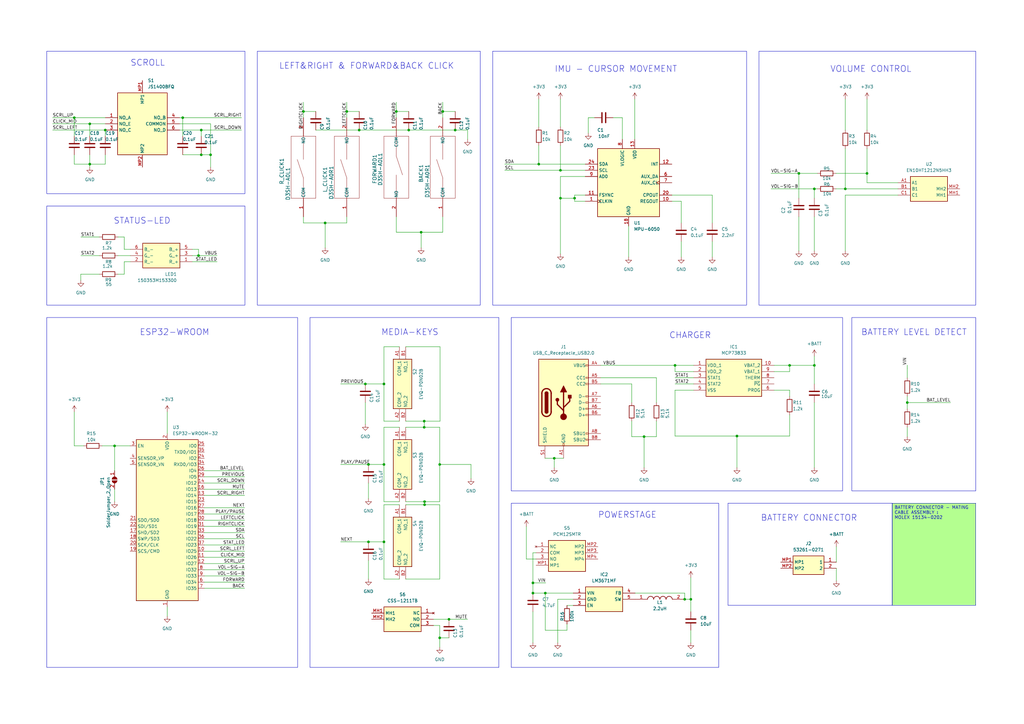
<source format=kicad_sch>
(kicad_sch (version 20230121) (generator eeschema)
  (paper "A3")
  (title_block (title "Lazy Mouse V1") (date "2023-09-21"))
  (lib_symbols
    (symbol "Connector:USB_C_Receptacle_USB2.0" (pin_names (offset 1.016))
      (property "Reference" "J" (at -10.16 19.05 0))
      (property "Value" "USB_C_Receptacle_USB2.0" (at 19.05 19.05 0))
      (symbol "USB_C_Receptacle_USB2.0_1_1"
        (pin passive line (at 0 -22.86 90) (length 5.08) (name "GND") (number "A1"))
        (pin passive line (at 0 -22.86 90) (length 5.08) hide (name "GND") (number "A12"))
        (pin passive line (at 15.24 15.24 180) (length 5.08) (name "VBUS") (number "A4"))
        (pin bidirectional line (at 15.24 10.16 180) (length 5.08) (name "CC1") (number "A5"))
        (pin bidirectional line (at 15.24 -2.54 180) (length 5.08) (name "D+") (number "A6"))
        (pin bidirectional line (at 15.24 2.54 180) (length 5.08) (name "D-") (number "A7"))
        (pin bidirectional line (at 15.24 -12.7 180) (length 5.08) (name "SBU1") (number "A8"))
        (pin passive line (at 15.24 15.24 180) (length 5.08) hide (name "VBUS") (number "A9"))
        (pin passive line (at 0 -22.86 90) (length 5.08) hide (name "GND") (number "B1"))
        (pin passive line (at 0 -22.86 90) (length 5.08) hide (name "GND") (number "B12"))
        (pin passive line (at 15.24 15.24 180) (length 5.08) hide (name "VBUS") (number "B4"))
        (pin bidirectional line (at 15.24 7.62 180) (length 5.08) (name "CC2") (number "B5"))
        (pin bidirectional line (at 15.24 -5.08 180) (length 5.08) (name "D+") (number "B6"))
        (pin bidirectional line (at 15.24 0 180) (length 5.08) (name "D-") (number "B7"))
        (pin bidirectional line (at 15.24 -15.24 180) (length 5.08) (name "SBU2") (number "B8"))
        (pin passive line (at 15.24 15.24 180) (length 5.08) hide (name "VBUS") (number "B9"))
        (pin passive line (at -7.62 -22.86 90) (length 5.08) (name "SHIELD") (number "S1"))
      )
    )
    (symbol "D3SH-A0L1:D3SH-A0L1" (pin_names (offset 0.254))
      (property "Reference" "U" (at 20.32 10.16 0))
      (property "Value" "D3SH-A0L1" (at 20.32 7.62 0))
      (symbol "D3SH-A0L1_0_1"
        (pin unspecified line (at 0 0 0) (length 7.62) (name "COM") (number "1"))
        (pin unspecified line (at 40.64 0 180) (length 7.62) (name "NO") (number "2"))
      )
    )
    (symbol "D3SH-A0R1:D3SH-A0R1" (pin_names (offset 0.254))
      (property "Reference" "U" (at 20.32 10.16 0))
      (property "Value" "D3SH-A0R1" (at 20.32 7.62 0))
      (symbol "D3SH-A0R1_0_1"
        (pin unspecified line (at 0 0 0) (length 7.62) (name "COM") (number "1"))
        (pin unspecified line (at 40.64 0 180) (length 7.62) (name "NO") (number "2"))
      )
    )
    (symbol "Device:C" (pin_numbers hide) (pin_names (offset 0.254))
      (property "Reference" "C" (at 0.635 2.54 0))
      (property "Value" "C" (at 0.635 -2.54 0))
      (symbol "C_1_1"
        (pin passive line (at 0 3.81 270) (length 2.794) (name "~") (number "1"))
        (pin passive line (at 0 -3.81 90) (length 2.794) (name "~") (number "2"))
      )
    )
    (symbol "Device:R" (pin_numbers hide) (pin_names (offset 0))
      (property "Reference" "R" (at 2.032 0 90))
      (property "Value" "R" (at 0 0 90))
      (symbol "R_1_1"
        (pin passive line (at 0 3.81 270) (length 1.27) (name "~") (number "1"))
        (pin passive line (at 0 -3.81 90) (length 1.27) (name "~") (number "2"))
      )
    )
    (symbol "Jumper:SolderJumper_2_Open" (pin_names (offset 0) hide)
      (property "Reference" "JP" (at 0 2.032 0))
      (property "Value" "SolderJumper_2_Open" (at 0 -2.54 0))
      (symbol "SolderJumper_2_Open_1_1"
        (pin passive line (at -3.81 0 0) (length 2.54) (name "A") (number "1"))
        (pin passive line (at 3.81 0 180) (length 2.54) (name "B") (number "2"))
      )
    )
    (symbol "RF_Module:ESP32-WROOM-32"
      (property "Reference" "U" (at -12.7 34.29 0))
      (property "Value" "ESP32-WROOM-32" (at 1.27 34.29 0))
      (symbol "ESP32-WROOM-32_1_1"
        (pin power_in line (at 0 -35.56 90) (length 2.54) (name "GND") (number "1"))
        (pin bidirectional line (at 15.24 -12.7 180) (length 2.54) (name "IO25") (number "10"))
        (pin bidirectional line (at 15.24 -15.24 180) (length 2.54) (name "IO26") (number "11"))
        (pin bidirectional line (at 15.24 -17.78 180) (length 2.54) (name "IO27") (number "12"))
        (pin bidirectional line (at 15.24 10.16 180) (length 2.54) (name "IO14") (number "13"))
        (pin bidirectional line (at 15.24 15.24 180) (length 2.54) (name "IO12") (number "14"))
        (pin passive line (at 0 -35.56 90) (length 2.54) hide (name "GND") (number "15"))
        (pin bidirectional line (at 15.24 12.7 180) (length 2.54) (name "IO13") (number "16"))
        (pin bidirectional line (at -15.24 -5.08 0) (length 2.54) (name "SHD/SD2") (number "17"))
        (pin bidirectional line (at -15.24 -7.62 0) (length 2.54) (name "SWP/SD3") (number "18"))
        (pin bidirectional line (at -15.24 -12.7 0) (length 2.54) (name "SCS/CMD") (number "19"))
        (pin power_in line (at 0 35.56 270) (length 2.54) (name "VDD") (number "2"))
        (pin bidirectional line (at -15.24 -10.16 0) (length 2.54) (name "SCK/CLK") (number "20"))
        (pin bidirectional line (at -15.24 0 0) (length 2.54) (name "SDO/SD0") (number "21"))
        (pin bidirectional line (at -15.24 -2.54 0) (length 2.54) (name "SDI/SD1") (number "22"))
        (pin bidirectional line (at 15.24 7.62 180) (length 2.54) (name "IO15") (number "23"))
        (pin bidirectional line (at 15.24 25.4 180) (length 2.54) (name "IO2") (number "24"))
        (pin bidirectional line (at 15.24 30.48 180) (length 2.54) (name "IO0") (number "25"))
        (pin bidirectional line (at 15.24 20.32 180) (length 2.54) (name "IO4") (number "26"))
        (pin bidirectional line (at 15.24 5.08 180) (length 2.54) (name "IO16") (number "27"))
        (pin bidirectional line (at 15.24 2.54 180) (length 2.54) (name "IO17") (number "28"))
        (pin bidirectional line (at 15.24 17.78 180) (length 2.54) (name "IO5") (number "29"))
        (pin input line (at -15.24 30.48 0) (length 2.54) (name "EN") (number "3"))
        (pin bidirectional line (at 15.24 0 180) (length 2.54) (name "IO18") (number "30"))
        (pin bidirectional line (at 15.24 -2.54 180) (length 2.54) (name "IO19") (number "31"))
        (pin no_connect line (at -12.7 -27.94 0) (length 2.54) hide (name "NC") (number "32"))
        (pin bidirectional line (at 15.24 -5.08 180) (length 2.54) (name "IO21") (number "33"))
        (pin bidirectional line (at 15.24 22.86 180) (length 2.54) (name "RXD0/IO3") (number "34"))
        (pin bidirectional line (at 15.24 27.94 180) (length 2.54) (name "TXD0/IO1") (number "35"))
        (pin bidirectional line (at 15.24 -7.62 180) (length 2.54) (name "IO22") (number "36"))
        (pin bidirectional line (at 15.24 -10.16 180) (length 2.54) (name "IO23") (number "37"))
        (pin passive line (at 0 -35.56 90) (length 2.54) hide (name "GND") (number "38"))
        (pin passive line (at 0 -35.56 90) (length 2.54) hide (name "GND") (number "39"))
        (pin input line (at -15.24 25.4 0) (length 2.54) (name "SENSOR_VP") (number "4"))
        (pin input line (at -15.24 22.86 0) (length 2.54) (name "SENSOR_VN") (number "5"))
        (pin input line (at 15.24 -25.4 180) (length 2.54) (name "IO34") (number "6"))
        (pin input line (at 15.24 -27.94 180) (length 2.54) (name "IO35") (number "7"))
        (pin bidirectional line (at 15.24 -20.32 180) (length 2.54) (name "IO32") (number "8"))
        (pin bidirectional line (at 15.24 -22.86 180) (length 2.54) (name "IO33") (number "9"))
      )
    )
    (symbol "SamacSys_Parts:150353M153300"
      (property "Reference" "LED" (at 21.59 7.62 0))
      (property "Value" "150353M153300" (at 21.59 5.08 0))
      (symbol "150353M153300_1_1"
        (pin passive line (at 0 0 0) (length 5.08) (name "R_+") (number "1"))
        (pin passive line (at 25.4 0 180) (length 5.08) (name "R_-") (number "2"))
        (pin passive line (at 0 -2.54 0) (length 5.08) (name "G_+") (number "3"))
        (pin passive line (at 25.4 -2.54 180) (length 5.08) (name "G_-") (number "4"))
        (pin passive line (at 0 -5.08 0) (length 5.08) (name "B_+") (number "5"))
        (pin passive line (at 25.4 -5.08 180) (length 5.08) (name "B_-") (number "6"))
      )
    )
    (symbol "SamacSys_Parts:53261-0271"
      (property "Reference" "J" (at 19.05 7.62 0))
      (property "Value" "53261-0271" (at 19.05 5.08 0))
      (symbol "53261-0271_1_1"
        (pin passive line (at 0 -2.54 0) (length 5.08) (name "1") (number "1"))
        (pin passive line (at 0 0 0) (length 5.08) (name "2") (number "2"))
        (pin passive line (at 22.86 -2.54 180) (length 5.08) (name "MP1") (number "MP1"))
        (pin passive line (at 22.86 0 180) (length 5.08) (name "MP2") (number "MP2"))
      )
    )
    (symbol "SamacSys_Parts:CSS-1211TB"
      (property "Reference" "S" (at 21.59 7.62 0))
      (property "Value" "CSS-1211TB" (at 21.59 5.08 0))
      (symbol "CSS-1211TB_1_1"
        (pin no_connect line (at 25.4 0 180) (length 5.08) (name "NC") (number "1"))
        (pin passive line (at 25.4 -2.54 180) (length 5.08) (name "NO") (number "2"))
        (pin passive line (at 25.4 -5.08 180) (length 5.08) (name "COM") (number "3"))
        (pin passive line (at 0 0 0) (length 5.08) (name "MH1") (number "MH1"))
        (pin passive line (at 0 -2.54 0) (length 5.08) (name "MH2") (number "MH2"))
      )
    )
    (symbol "SamacSys_Parts:EN10HT1212N5HH3"
      (property "Reference" "U3" (at 0 9.906 0))
      (property "Value" "EN10HT1212N5HH3" (at 0 7.366 0))
      (symbol "EN10HT1212N5HH3_1_1"
        (pin passive line (at -12.7 2.54 0) (length 5.08) (name "A1") (number "A1"))
        (pin passive line (at -12.7 0 0) (length 5.08) (name "B1") (number "B1"))
        (pin passive line (at -12.7 -2.54 0) (length 5.08) (name "C1") (number "C1"))
        (pin passive line (at 12.7 -2.54 180) (length 5.08) (name "MH1") (number "MH1"))
        (pin passive line (at 12.7 0 180) (length 5.08) (name "MH2") (number "MH2"))
      )
    )
    (symbol "SamacSys_Parts:EVQ-P0N02B"
      (property "Reference" "S" (at 26.67 7.62 0))
      (property "Value" "EVQ-P0N02B" (at 26.67 5.08 0))
      (symbol "EVQ-P0N02B_1_1"
        (pin passive line (at 0 -2.54 0) (length 5.08) (name "COM_1") (number "A1"))
        (pin passive line (at 30.48 -2.54 180) (length 5.08) (name "COM_2") (number "A2"))
        (pin passive line (at 0 0 0) (length 5.08) (name "NO_1") (number "B1"))
        (pin passive line (at 30.48 0 180) (length 5.08) (name "NO_2") (number "B2"))
      )
    )
    (symbol "SamacSys_Parts:JS1400BFQ"
      (property "Reference" "S" (at 26.67 15.24 0))
      (property "Value" "JS1400BFQ" (at 26.67 12.7 0))
      (symbol "JS1400BFQ_1_1"
        (pin passive line (at 0 0 0) (length 5.08) (name "NO_A") (number "1"))
        (pin passive line (at 0 -2.54 0) (length 5.08) (name "NO_E") (number "2"))
        (pin passive line (at 0 -5.08 0) (length 5.08) (name "NO_C") (number "3"))
        (pin passive line (at 30.48 0 180) (length 5.08) (name "NO_B") (number "4"))
        (pin passive line (at 30.48 -2.54 180) (length 5.08) (name "COMMON") (number "5"))
        (pin passive line (at 30.48 -5.08 180) (length 5.08) (name "NO_D") (number "6"))
        (pin passive line (at 15.24 15.24 270) (length 5.08) (name "MP1") (number "MP1"))
        (pin passive line (at 15.24 -20.32 90) (length 5.08) (name "MP2") (number "MP2"))
      )
    )
    (symbol "SamacSys_Parts:LM3671MF-1.25_NOPB"
      (property "Reference" "IC" (at 21.59 7.62 0))
      (property "Value" "LM3671MF-1.25_NOPB" (at 21.59 5.08 0))
      (symbol "LM3671MF-1.25_NOPB_1_1"
        (pin input line (at 0 0 0) (length 5.08) (name "VIN") (number "1"))
        (pin power_in line (at 0 -2.54 0) (length 5.08) (name "GND") (number "2"))
        (pin passive line (at 0 -5.08 0) (length 5.08) (name "EN") (number "3"))
        (pin passive line (at 25.4 0 180) (length 5.08) (name "FB") (number "4"))
        (pin passive line (at 25.4 -2.54 180) (length 5.08) (name "SW") (number "5"))
      )
    )
    (symbol "SamacSys_Parts:MCP73833-FCI_UN"
      (property "Reference" "IC" (at 29.21 7.62 0))
      (property "Value" "MCP73833-FCI_UN" (at 29.21 5.08 0))
      (symbol "MCP73833-FCI_UN_1_1"
        (pin passive line (at 0 0 0) (length 5.08) (name "VDD_1") (number "1"))
        (pin passive line (at 33.02 0 180) (length 5.08) (name "VBAT_2") (number "10"))
        (pin passive line (at 0 -2.54 0) (length 5.08) (name "VDD_2") (number "2"))
        (pin passive line (at 0 -5.08 0) (length 5.08) (name "STAT1") (number "3"))
        (pin passive line (at 0 -7.62 0) (length 5.08) (name "STAT2") (number "4"))
        (pin passive line (at 0 -10.16 0) (length 5.08) (name "VSS") (number "5"))
        (pin passive line (at 33.02 -10.16 180) (length 5.08) (name "PROG") (number "6"))
        (pin passive line (at 33.02 -7.62 180) (length 5.08) (name "~{PG}") (number "7"))
        (pin passive line (at 33.02 -5.08 180) (length 5.08) (name "THERM") (number "8"))
        (pin passive line (at 33.02 -2.54 180) (length 5.08) (name "VBAT_1") (number "9"))
      )
    )
    (symbol "SamacSys_Parts:NRH2412T2R2MNGH" (pin_names hide)
      (property "Reference" "L" (at 16.51 6.35 0))
      (property "Value" "NRH2412T2R2MNGH" (at 16.51 3.81 0))
      (symbol "NRH2412T2R2MNGH_1_1"
        (pin passive line (at 0 0 0) (length 5.08) (name "1") (number "1"))
        (pin passive line (at 20.32 0 180) (length 5.08) (name "2") (number "2"))
      )
    )
    (symbol "SamacSys_Parts:PCM12SMTR"
      (property "Reference" "S" (at 21.59 7.62 0))
      (property "Value" "PCM12SMTR" (at 21.59 5.08 0))
      (symbol "PCM12SMTR_1_1"
        (pin no_connect line (at 0 0 0) (length 5.08) (name "NC") (number "1"))
        (pin passive line (at 0 -2.54 0) (length 5.08) (name "COM") (number "2"))
        (pin passive line (at 0 -5.08 0) (length 5.08) (name "NO") (number "3"))
        (pin passive line (at 0 -7.62 0) (length 5.08) (name "MP1") (number "MP1"))
        (pin passive line (at 25.4 0 180) (length 5.08) (name "MP2") (number "MP2"))
        (pin passive line (at 25.4 -2.54 180) (length 5.08) (name "MP3") (number "MP3"))
        (pin passive line (at 25.4 -5.08 180) (length 5.08) (name "MP4") (number "MP4"))
      )
    )
    (symbol "Sensor_Motion:MPU-6050"
      (property "Reference" "U" (at -11.43 13.97 0))
      (property "Value" "MPU-6050" (at 7.62 -15.24 0))
      (symbol "MPU-6050_0_0"
        (text "" (at 12.7 -2.54 0) (effects (font (size 1.27 1.27))))
      )
      (symbol "MPU-6050_1_1"
        (pin input clock (at -17.78 -7.62 0) (length 5.08) (name "CLKIN") (number "1"))
        (pin passive line (at 17.78 -7.62 180) (length 5.08) (name "REGOUT") (number "10"))
        (pin input line (at -17.78 -5.08 0) (length 5.08) (name "FSYNC") (number "11"))
        (pin output line (at 17.78 7.62 180) (length 5.08) (name "INT") (number "12"))
        (pin power_in line (at 2.54 17.78 270) (length 3.81) (name "VDD") (number "13"))
        (pin no_connect line (at -12.7 -10.16 0) (length 2.54) hide (name "NC") (number "14"))
        (pin no_connect line (at 12.7 12.7 180) (length 2.54) hide (name "NC") (number "15"))
        (pin no_connect line (at 12.7 10.16 180) (length 2.54) hide (name "NC") (number "16"))
        (pin no_connect line (at 12.7 5.08 180) (length 2.54) hide (name "NC") (number "17"))
        (pin power_in line (at 0 -17.78 90) (length 3.81) (name "GND") (number "18"))
        (pin no_connect line (at 12.7 -10.16 180) (length 2.54) hide (name "RESV") (number "19"))
        (pin no_connect line (at -12.7 12.7 0) (length 2.54) hide (name "NC") (number "2"))
        (pin passive line (at 17.78 -5.08 180) (length 5.08) (name "CPOUT") (number "20"))
        (pin no_connect line (at 12.7 -2.54 180) (length 2.54) hide (name "RESV") (number "21"))
        (pin no_connect line (at 12.7 -12.7 180) (length 2.54) hide (name "RESV") (number "22"))
        (pin input line (at -17.78 5.08 0) (length 5.08) (name "SCL") (number "23"))
        (pin bidirectional line (at -17.78 7.62 0) (length 5.08) (name "SDA") (number "24"))
        (pin no_connect line (at -12.7 10.16 0) (length 2.54) hide (name "NC") (number "3"))
        (pin no_connect line (at -12.7 0 0) (length 2.54) hide (name "NC") (number "4"))
        (pin no_connect line (at -12.7 -2.54 0) (length 2.54) hide (name "NC") (number "5"))
        (pin bidirectional line (at 17.78 2.54 180) (length 5.08) (name "AUX_DA") (number "6"))
        (pin output clock (at 17.78 0 180) (length 5.08) (name "AUX_CL") (number "7"))
        (pin power_in line (at -2.54 17.78 270) (length 3.81) (name "VLOGIC") (number "8"))
        (pin input line (at -17.78 2.54 0) (length 5.08) (name "AD0") (number "9"))
      )
    )
    (symbol "power:+3V3" (power) (pin_names (offset 0))
      (property "Value" "+3V3" (at 0 3.556 0))
      (symbol "+3V3_1_1"
        (pin power_in line (at 0 0 90) (length 0) hide (name "+3V3") (number "1"))
      )
    )
    (symbol "power:+BATT" (power) (pin_names (offset 0))
      (property "Value" "+BATT" (at 0 3.556 0))
      (symbol "+BATT_1_1"
        (pin power_in line (at 0 0 90) (length 0) hide (name "+BATT") (number "1"))
      )
    )
    (symbol "power:GND" (power) (pin_names (offset 0))
      (property "Value" "GND" (at 0 -3.81 0))
      (symbol "GND_1_1"
        (pin power_in line (at 0 0 270) (length 0) hide (name "GND") (number "1"))
      )
    )
  )
  (junction (at 186.69 53.34))
  (junction (at 30.48 48.26))
  (junction (at 355.6 71.12))
  (junction (at 327.66 71.12))
  (junction (at 162.56 45.72))
  (junction (at 220.98 67.31))
  (junction (at 172.72 95.25))
  (junction (at 167.64 53.34))
  (junction (at 223.6603 243.2541))
  (junction (at 334.01 77.47))
  (junction (at 151.13 190.5))
  (junction (at 36.83 67.31))
  (junction (at 180.34 190.5))
  (junction (at 218.5803 243.2541))
  (junction (at 82.55 63.5))
  (junction (at 133.35 91.44))
  (junction (at 157.48 157.48))
  (junction (at 227.33 187.96))
  (junction (at 184.15 254))
  (junction (at 264.16 179.07))
  (junction (at 43.18 53.34))
  (junction (at 74.93 48.26))
  (junction (at 180.34 261.62))
  (junction (at 323.85 149.86))
  (junction (at 276.86 149.86))
  (junction (at 147.32 53.34))
  (junction (at 280.8103 245.7941))
  (junction (at 229.87 69.85))
  (junction (at 173.99 172.72))
  (junction (at 174.1303 205.74))
  (junction (at 302.26 178.8369))
  (junction (at 46.99 182.88))
  (junction (at 157.48 222.25))
  (junction (at 36.83 50.8))
  (junction (at 86.36 63.5))
  (junction (at 346.71 77.47))
  (junction (at 151.13 222.25))
  (junction (at 157.48 190.5))
  (junction (at 81.4203 104.8241))
  (junction (at 218.5803 239.0768))
  (junction (at 174.1303 207.01))
  (junction (at 235.6559 81.28))
  (junction (at 173.99 175.26))
  (junction (at 334.01 149.86))
  (junction (at 149.86 157.48))
  (junction (at 372.11 165.1))
  (junction (at 142.24 45.72))
  (junction (at 181.61 45.72))
  (junction (at 283.3503 245.7941))
  (junction (at 229.87 81.28))
  (junction (at 82.55 53.34))
  (junction (at 124.46 45.72))
  (wire (pts (xy 227.33 191.77) (xy 227.33 187.96)))
  (wire (pts (xy 33.1603 114.9841) (xy 33.1603 112.4441)))
  (wire (pts (xy 151.13 237.49) (xy 151.13 229.87)))
  (wire (pts (xy 191.77 254) (xy 184.15 254)))
  (wire (pts (xy 83.82 215.9) (xy 100.33 215.9)))
  (wire (pts (xy 30.48 48.26) (xy 43.18 48.26)))
  (wire (pts (xy 180.34 261.62) (xy 184.15 261.62)))
  (wire (pts (xy 174.1303 207.01) (xy 180.34 207.01)))
  (wire (pts (xy 147.32 53.34) (xy 167.64 53.34)))
  (wire (pts (xy 36.83 63.5) (xy 36.83 67.31)))
  (wire (pts (xy 83.82 220.98) (xy 100.33 220.98)))
  (wire (pts (xy 355.6 60.96) (xy 355.6 71.12)))
  (wire (pts (xy 275.59 80.01) (xy 292.1 80.01)))
  (wire (pts (xy 264.16 179.07) (xy 269.24 179.07)))
  (wire (pts (xy 36.83 68.58) (xy 36.83 67.31)))
  (wire (pts (xy 215.9 215.9648) (xy 215.9 229.2841)))
  (wire (pts (xy 323.85 149.86) (xy 323.85 152.4)))
  (wire (pts (xy 229.87 81.28) (xy 229.87 104.14)))
  (wire (pts (xy 73.66 48.26) (xy 74.93 48.26)))
  (wire (pts (xy 372.11 151.0704) (xy 372.11 154.94)))
  (wire (pts (xy 257.81 92.71) (xy 257.81 105.41)))
  (wire (pts (xy 246.38 149.86) (xy 276.86 149.86)))
  (wire (pts (xy 162.56 41.91) (xy 162.56 45.72)))
  (wire (pts (xy 81.4203 104.8241) (xy 78.8803 104.8241)))
  (wire (pts (xy 343.0403 238.1741) (xy 343.0403 233.0941)))
  (wire (pts (xy 166.37 175.26) (xy 173.99 175.26)))
  (wire (pts (xy 50.9403 107.3641) (xy 53.4803 107.3641)))
  (wire (pts (xy 83.82 198.12) (xy 100.33 198.12)))
  (wire (pts (xy 86.36 50.8) (xy 86.36 63.5)))
  (wire (pts (xy 251.46 48.26) (xy 255.27 48.26)))
  (wire (pts (xy 36.83 50.8) (xy 36.83 55.88)))
  (wire (pts (xy 142.24 91.44) (xy 142.24 88.9)))
  (wire (pts (xy 167.64 53.34) (xy 186.69 53.34)))
  (wire (pts (xy 157.48 237.49) (xy 157.48 222.25)))
  (wire (pts (xy 166.37 205.74) (xy 174.1303 205.74)))
  (wire (pts (xy 157.48 172.72) (xy 163.83 172.72)))
  (wire (pts (xy 220.98 67.31) (xy 240.03 67.31)))
  (wire (pts (xy 180.34 205.74) (xy 174.1303 205.74)))
  (wire (pts (xy 223.8371 239.0768) (xy 218.5803 239.0768)))
  (wire (pts (xy 157.48 142.24) (xy 157.48 157.48)))
  (wire (pts (xy 83.82 208.28) (xy 100.33 208.28)))
  (wire (pts (xy 83.82 203.2) (xy 100.33 203.2)))
  (wire (pts (xy 133.35 91.44) (xy 124.46 91.44)))
  (wire (pts (xy 343.0403 224.2041) (xy 343.0403 230.5541)))
  (wire (pts (xy 334.01 165.1) (xy 334.01 191.77)))
  (wire (pts (xy 166.37 207.01) (xy 174.1303 207.01)))
  (wire (pts (xy 124.46 88.9) (xy 124.46 91.44)))
  (wire (pts (xy 133.35 91.44) (xy 142.24 91.44)))
  (wire (pts (xy 157.48 175.26) (xy 157.48 190.5)))
  (wire (pts (xy 83.82 223.52) (xy 100.33 223.52)))
  (wire (pts (xy 124.46 45.72) (xy 129.54 45.72)))
  (wire (pts (xy 180.34 190.5) (xy 180.34 205.74)))
  (wire (pts (xy 83.82 210.82) (xy 100.33 210.82)))
  (wire (pts (xy 246.38 157.48) (xy 259.08 157.48)))
  (wire (pts (xy 162.56 88.9) (xy 162.56 95.25)))
  (wire (pts (xy 229.87 59.69) (xy 229.87 69.85)))
  (wire (pts (xy 180.34 261.62) (xy 180.34 265.43)))
  (wire (pts (xy 280.8103 245.7941) (xy 283.3503 245.7941)))
  (wire (pts (xy 280.8103 243.2541) (xy 280.8103 245.7941)))
  (wire (pts (xy 100.33 236.22) (xy 83.82 236.22)))
  (wire (pts (xy 372.11 165.1) (xy 372.11 162.56)))
  (wire (pts (xy 41.91 182.88) (xy 46.99 182.88)))
  (wire (pts (xy 162.56 95.25) (xy 172.72 95.25)))
  (wire (pts (xy 139.7 190.5) (xy 151.13 190.5)))
  (wire (pts (xy 276.86 154.94) (xy 284.48 154.94)))
  (wire (pts (xy 173.99 172.72) (xy 180.4803 172.72)))
  (wire (pts (xy 260.35 40.64) (xy 260.35 57.15)))
  (wire (pts (xy 33.1603 97.2041) (xy 40.7803 97.2041)))
  (wire (pts (xy 30.48 182.88) (xy 34.29 182.88)))
  (wire (pts (xy 98.5252 193.0411) (xy 100.109 193.0411)))
  (wire (pts (xy 50.9403 97.2041) (xy 50.9403 102.2841)))
  (wire (pts (xy 82.55 53.34) (xy 99.06 53.34)))
  (wire (pts (xy 276.86 157.48) (xy 284.48 157.48)))
  (wire (pts (xy 166.37 142.24) (xy 180.4803 142.24)))
  (wire (pts (xy 184.15 254) (xy 177.8 254)))
  (wire (pts (xy 259.08 179.07) (xy 264.16 179.07)))
  (wire (pts (xy 100.33 200.66) (xy 83.82 200.66)))
  (wire (pts (xy 269.24 154.94) (xy 269.24 165.1)))
  (wire (pts (xy 269.24 179.07) (xy 269.24 172.72)))
  (wire (pts (xy 157.48 190.5) (xy 157.48 205.74)))
  (wire (pts (xy 133.35 91.44) (xy 133.35 101.6)))
  (wire (pts (xy 355.6 74.93) (xy 368.3 74.93)))
  (wire (pts (xy 334.01 146.05) (xy 334.01 149.86)))
  (wire (pts (xy 275.59 82.55) (xy 279.4 82.55)))
  (wire (pts (xy 232.5503 255.9541) (xy 232.5503 258.4941)))
  (wire (pts (xy 276.86 149.86) (xy 284.48 149.86)))
  (wire (pts (xy 316.23 71.12) (xy 327.66 71.12)))
  (wire (pts (xy 279.4 99.06) (xy 279.4 105.41)))
  (wire (pts (xy 240.03 72.39) (xy 229.87 72.39)))
  (wire (pts (xy 46.99 193.04) (xy 46.99 182.88)))
  (wire (pts (xy 284.48 152.4) (xy 276.86 152.4)))
  (wire (pts (xy 163.83 175.26) (xy 157.48 175.26)))
  (wire (pts (xy 207.01 67.31) (xy 220.98 67.31)))
  (wire (pts (xy 89.0403 107.3641) (xy 78.8803 107.3641)))
  (wire (pts (xy 218.5803 239.0768) (xy 218.5803 243.2541)))
  (wire (pts (xy 355.6 71.12) (xy 355.6 74.93)))
  (wire (pts (xy 163.83 142.24) (xy 157.48 142.24)))
  (wire (pts (xy 346.71 80.01) (xy 346.71 102.87)))
  (wire (pts (xy 235.6559 80.01) (xy 235.6559 81.28)))
  (wire (pts (xy 68.58 252.73) (xy 68.58 248.92)))
  (wire (pts (xy 180.34 175.26) (xy 180.34 190.5)))
  (wire (pts (xy 173.99 175.26) (xy 180.34 175.26)))
  (wire (pts (xy 50.9403 112.4441) (xy 50.9403 107.3641)))
  (wire (pts (xy 151.13 190.5) (xy 157.48 190.5)))
  (wire (pts (xy 372.1167 151.0704) (xy 372.1167 149.7759)))
  (wire (pts (xy 372.11 167.64) (xy 372.11 165.1)))
  (wire (pts (xy 276.86 160.02) (xy 276.86 178.8369)))
  (wire (pts (xy 46.99 182.88) (xy 53.34 182.88)))
  (wire (pts (xy 30.48 48.26) (xy 30.48 55.88)))
  (wire (pts (xy 83.82 195.58) (xy 100.33 195.58)))
  (wire (pts (xy 323.85 178.8369) (xy 323.85 170.18)))
  (wire (pts (xy 129.54 53.34) (xy 147.32 53.34)))
  (wire (pts (xy 229.87 72.39) (xy 229.87 81.28)))
  (wire (pts (xy 220.98 59.69) (xy 220.98 67.31)))
  (wire (pts (xy 372.11 165.1) (xy 389.89 165.1)))
  (wire (pts (xy 142.24 45.72) (xy 147.32 45.72)))
  (wire (pts (xy 317.5 149.86) (xy 323.85 149.86)))
  (wire (pts (xy 139.7 157.48) (xy 149.86 157.48)))
  (wire (pts (xy 372.11 175.26) (xy 372.11 179.07)))
  (wire (pts (xy 283.3503 245.7941) (xy 283.3503 250.8741)))
  (wire (pts (xy 223.52 187.96) (xy 227.33 187.96)))
  (wire (pts (xy 260.4903 243.2541) (xy 280.8103 243.2541)))
  (wire (pts (xy 73.66 50.8) (xy 86.36 50.8)))
  (wire (pts (xy 346.71 60.96) (xy 346.71 77.47)))
  (wire (pts (xy 50.9403 102.2841) (xy 53.4803 102.2841)))
  (wire (pts (xy 142.24 45.72) (xy 142.24 48.26)))
  (wire (pts (xy 264.16 191.77) (xy 264.16 179.07)))
  (wire (pts (xy 223.6603 243.2541) (xy 235.0903 243.2541)))
  (wire (pts (xy 229.87 81.28) (xy 235.6559 81.28)))
  (wire (pts (xy 232.5503 258.4941) (xy 223.6603 258.4941)))
  (wire (pts (xy 21.59 50.8) (xy 36.83 50.8)))
  (wire (pts (xy 89.0403 104.8241) (xy 81.4203 104.8241)))
  (wire (pts (xy 181.61 45.72) (xy 186.69 45.72)))
  (wire (pts (xy 173.99 172.72) (xy 173.99 175.26)))
  (wire (pts (xy 43.18 67.31) (xy 43.18 63.5)))
  (wire (pts (xy 259.08 172.72) (xy 259.08 179.07)))
  (wire (pts (xy 218.5803 243.2541) (xy 223.6603 243.2541)))
  (wire (pts (xy 292.1 80.01) (xy 292.1 91.44)))
  (wire (pts (xy 46.99 205.74) (xy 46.99 200.66)))
  (wire (pts (xy 36.83 67.31) (xy 43.18 67.31)))
  (wire (pts (xy 82.55 63.5) (xy 86.36 63.5)))
  (wire (pts (xy 220.98 40.64) (xy 220.98 52.07)))
  (wire (pts (xy 98.5252 193.0411) (xy 98.5252 193.04)))
  (wire (pts (xy 149.86 157.48) (xy 157.48 157.48)))
  (wire (pts (xy 180.34 190.5) (xy 193.1803 190.5)))
  (wire (pts (xy 33.1603 104.8241) (xy 40.7803 104.8241)))
  (wire (pts (xy 81.4203 102.2841) (xy 78.8803 102.2841)))
  (wire (pts (xy 207.01 69.85) (xy 229.87 69.85)))
  (wire (pts (xy 83.82 218.44) (xy 100.33 218.44)))
  (wire (pts (xy 323.85 152.4) (xy 317.5 152.4)))
  (wire (pts (xy 218.5803 226.7441) (xy 219.8503 226.7441)))
  (wire (pts (xy 151.13 204.47) (xy 151.13 198.12)))
  (wire (pts (xy 327.66 88.9) (xy 327.66 102.87)))
  (wire (pts (xy 186.69 53.34) (xy 191.77 53.34)))
  (wire (pts (xy 33.1603 112.4441) (xy 40.7803 112.4441)))
  (wire (pts (xy 100.33 233.68) (xy 83.82 233.68)))
  (wire (pts (xy 342.9 77.47) (xy 346.71 77.47)))
  (wire (pts (xy 74.93 48.26) (xy 74.93 55.88)))
  (wire (pts (xy 355.6 40.64) (xy 355.6 53.34)))
  (wire (pts (xy 229.87 69.85) (xy 240.03 69.85)))
  (wire (pts (xy 223.6603 243.2541) (xy 223.6603 258.4941)))
  (wire (pts (xy 316.23 77.47) (xy 334.01 77.47)))
  (wire (pts (xy 227.33 187.96) (xy 231.14 187.96)))
  (wire (pts (xy 73.66 53.34) (xy 82.55 53.34)))
  (wire (pts (xy 346.71 77.47) (xy 368.3 77.47)))
  (wire (pts (xy 172.72 95.25) (xy 181.61 95.25)))
  (wire (pts (xy 259.08 157.48) (xy 259.08 165.1)))
  (wire (pts (xy 180.34 207.01) (xy 180.34 237.49)))
  (wire (pts (xy 317.5 160.02) (xy 323.85 160.02)))
  (wire (pts (xy 30.48 67.31) (xy 36.83 67.31)))
  (wire (pts (xy 181.61 41.91) (xy 181.61 45.72)))
  (wire (pts (xy 74.93 48.26) (xy 99.06 48.26)))
  (wire (pts (xy 334.01 77.47) (xy 335.28 77.47)))
  (wire (pts (xy 172.72 95.25) (xy 172.72 101.6)))
  (wire (pts (xy 334.01 81.28) (xy 334.01 77.47)))
  (wire (pts (xy 302.26 178.8369) (xy 323.85 178.8369)))
  (wire (pts (xy 346.71 80.01) (xy 368.3 80.01)))
  (wire (pts (xy 149.86 165.1) (xy 149.86 173.99)))
  (wire (pts (xy 30.48 63.5) (xy 30.48 67.31)))
  (wire (pts (xy 302.26 178.8369) (xy 302.26 191.77)))
  (wire (pts (xy 235.6559 81.28) (xy 235.6559 82.55)))
  (wire (pts (xy 246.38 154.94) (xy 269.24 154.94)))
  (wire (pts (xy 157.48 207.01) (xy 157.48 222.25)))
  (wire (pts (xy 276.86 178.8369) (xy 302.26 178.8369)))
  (wire (pts (xy 215.9 229.2841) (xy 219.8503 229.2841)))
  (wire (pts (xy 255.27 48.26) (xy 255.27 57.15)))
  (wire (pts (xy 139.7 222.25) (xy 151.13 222.25)))
  (wire (pts (xy 181.61 88.9) (xy 181.61 95.25)))
  (wire (pts (xy 235.0903 245.7941) (xy 228.7403 245.7941)))
  (wire (pts (xy 124.46 45.72) (xy 124.46 48.26)))
  (wire (pts (xy 98.5252 193.04) (xy 83.82 193.04)))
  (wire (pts (xy 180.4803 142.24) (xy 180.4803 172.72)))
  (wire (pts (xy 157.48 205.74) (xy 163.83 205.74)))
  (wire (pts (xy 334.01 149.86) (xy 323.85 149.86)))
  (wire (pts (xy 50.9403 112.4441) (xy 48.4003 112.4441)))
  (wire (pts (xy 48.4003 104.8241) (xy 53.4803 104.8241)))
  (wire (pts (xy 81.4203 104.8241) (xy 81.4203 102.2841)))
  (wire (pts (xy 83.82 231.14) (xy 100.33 231.14)))
  (wire (pts (xy 229.87 40.64) (xy 229.87 52.07)))
  (wire (pts (xy 232.5503 248.3341) (xy 235.0903 248.3341)))
  (wire (pts (xy 292.1 99.06) (xy 292.1 105.41)))
  (wire (pts (xy 157.48 157.48) (xy 157.48 172.72)))
  (wire (pts (xy 218.5803 226.7441) (xy 218.5803 239.0768)))
  (wire (pts (xy 163.83 207.01) (xy 157.48 207.01)))
  (wire (pts (xy 342.9 71.12) (xy 355.6 71.12)))
  (wire (pts (xy 74.93 63.5) (xy 82.55 63.5)))
  (wire (pts (xy 218.5803 263.5741) (xy 218.5803 250.8741)))
  (wire (pts (xy 181.61 45.72) (xy 181.61 48.26)))
  (wire (pts (xy 151.13 222.25) (xy 157.48 222.25)))
  (wire (pts (xy 334.01 88.9) (xy 334.01 102.87)))
  (wire (pts (xy 283.3503 236.9041) (xy 283.3503 245.7941)))
  (wire (pts (xy 283.3503 263.5741) (xy 283.3503 258.4941)))
  (wire (pts (xy 240.03 80.01) (xy 235.6559 80.01)))
  (wire (pts (xy 83.82 213.36) (xy 100.33 213.36)))
  (wire (pts (xy 68.58 168.91) (xy 68.58 177.8)))
  (wire (pts (xy 279.4 82.55) (xy 279.4 91.44)))
  (wire (pts (xy 346.71 40.64) (xy 346.71 53.34)))
  (wire (pts (xy 162.56 45.72) (xy 162.56 48.26)))
  (wire (pts (xy 83.82 238.76) (xy 100.33 238.76)))
  (wire (pts (xy 30.48 168.91) (xy 30.48 182.88)))
  (wire (pts (xy 177.8 256.54) (xy 180.34 256.54)))
  (wire (pts (xy 124.46 41.91) (xy 124.46 45.72)))
  (wire (pts (xy 180.34 256.54) (xy 180.34 261.62)))
  (wire (pts (xy 193.1803 190.5) (xy 193.1803 196.2641)))
  (wire (pts (xy 235.6559 82.55) (xy 240.03 82.55)))
  (wire (pts (xy 36.83 50.8) (xy 43.18 50.8)))
  (wire (pts (xy 82.55 53.34) (xy 82.55 55.88)))
  (wire (pts (xy 372.1167 151.0704) (xy 372.11 151.0704)))
  (wire (pts (xy 334.01 157.48) (xy 334.01 149.86)))
  (wire (pts (xy 174.1303 205.74) (xy 174.1303 207.01)))
  (wire (pts (xy 83.82 228.6) (xy 100.33 228.6)))
  (wire (pts (xy 83.82 241.3) (xy 100.33 241.3)))
  (wire (pts (xy 21.59 48.26) (xy 30.48 48.26)))
  (wire (pts (xy 243.84 48.26) (xy 241.3 48.26)))
  (wire (pts (xy 162.56 45.72) (xy 167.64 45.72)))
  (wire (pts (xy 83.82 226.06) (xy 100.33 226.06)))
  (wire (pts (xy 191.77 53.34) (xy 191.77 57.15)))
  (wire (pts (xy 142.24 41.91) (xy 142.24 45.72)))
  (wire (pts (xy 86.36 63.5) (xy 86.36 68.58)))
  (wire (pts (xy 276.86 149.86) (xy 276.86 152.4)))
  (wire (pts (xy 276.86 160.02) (xy 284.48 160.02)))
  (wire (pts (xy 241.3 48.26) (xy 241.3 54.61)))
  (wire (pts (xy 166.37 172.72) (xy 173.99 172.72)))
  (wire (pts (xy 43.18 55.88) (xy 43.18 53.34)))
  (wire (pts (xy 157.48 237.49) (xy 163.83 237.49)))
  (wire (pts (xy 180.34 237.49) (xy 166.37 237.49)))
  (wire (pts (xy 228.7403 245.7941) (xy 228.7403 263.5741)))
  (wire (pts (xy 50.9403 97.2041) (xy 48.4003 97.2041)))
  (wire (pts (xy 323.85 160.02) (xy 323.85 162.56)))
  (wire (pts (xy 327.66 71.12) (xy 335.28 71.12)))
  (wire (pts (xy 327.66 81.28) (xy 327.66 71.12)))
  (wire (pts (xy 21.59 53.34) (xy 43.18 53.34)))
  (rectangle (start 311.2903 21.0041) (end 400.1903 125.1441))
  (rectangle (start 19.1903 130.2241) (end 122.0603 273.7341))
  (rectangle (start 209.6903 130.2241) (end 345.5803 201.3441))
  (rectangle (start 349.3903 130.2241) (end 400.1903 201.3441))
  (rectangle (start 209.6903 206.4241) (end 294.7803 273.7341))
  (rectangle (start 105.5503 21.0041) (end 196.9903 125.1441))
  (rectangle (start 202.0703 21.0041) (end 306.2103 125.1441))
  (rectangle (start 298.5903 206.3748) (end 365.9003 248.2848))
  (rectangle (start 127.1403 130.2241) (end 204.6103 273.7341))
  (rectangle (start 19.1903 84.5041) (end 100.4703 125.1441))
  (rectangle (start 19.1903 21.0041) (end 100.4703 79.4241))
  (text_box "BATTERY CONNECTOR - MATING CABLE ASSEMBLY :\nMOLEX 15134-0202" (at 365.9003 206.3748 0) (size 34.29 41.91) (fill (type color) (color 180 255 144 1)) (effects (font (size 1.27 1.27)) (justify left top)))
  (text "VOLUME CONTROL\n" (at 340.5003 29.8941 0) (effects (font (size 2.5 2.5)) (justify left bottom)))
  (text "BATTERY LEVEL DETECT\n" (at 353.2003 137.8441 0) (effects (font (size 2.5 2.5)) (justify left bottom)))
  (text "MEDIA-KEYS\n" (at 156.3503 137.8441 0) (effects (font (size 2.5 2.5)) (justify left bottom)))
  (text "STATUS-LED\n" (at 69.9903 92.1241 0) (effects (font (size 2.5 2.5)) (justify right bottom)))
  (text "LEFT&RIGHT & FORWARD&BACK CLICK" (at 114.4403 28.6241 0) (effects (font (size 2.5 2.5)) (justify left bottom)))
  (text "BATTERY CONNECTOR\n" (at 312.0289 213.9948 0) (effects (font (size 2.5 2.5)) (justify left bottom)))
  (text "IMU - CURSOR MOVEMENT" (at 227.4703 29.8941 0) (effects (font (size 2.5 2.5)) (justify left bottom)))
  (text "POWERSTAGE\n" (at 245.2503 212.7741 0) (effects (font (size 2.5 2.5)) (justify left bottom)))
  (text "CHARGER\n" (at 274.4603 139.1141 0) (effects (font (size 2.5 2.5)) (justify left bottom)))
  (text "ESP32-WROOM\n" (at 57.2903 137.8441 0) (effects (font (size 2.5 2.5)) (justify left bottom)))
  (text "SCROLL\n" (at 53.4803 27.3541 0) (effects (font (size 2.5 2.5)) (justify left bottom)))
  (label "BACK" (at 100.33 241.3 180))
  (label "PLAY{slash}PAUSE" (at 100.33 210.82 180))
  (label "STAT2" (at 276.86 157.48 0))
  (label "SDA" (at 100.33 218.44 180))
  (label "VOL-SIG-B" (at 100.33 236.22 180))
  (label "FORWARD" (at 162.56 41.91 270))
  (label "SCRL_DOWN" (at 99.06 53.34 180))
  (label "BAT_LEVEL" (at 100.109 193.0411 180))
  (label "VBUS" (at 89.0403 104.8241 180))
  (label "FORWARD" (at 100.33 238.76 180))
  (label "VOL-SIG-B" (at 316.23 77.47 0))
  (label "VIN" (at 223.8371 239.0768 180))
  (label "BAT_LEVEL" (at 389.89 165.1 180))
  (label "STAT_LED" (at 89.0403 107.3641 180))
  (label "STAT1" (at 276.86 154.94 0))
  (label "SCRL_RIGHT" (at 100.33 203.2 180))
  (label "SCL" (at 100.33 220.98 180))
  (label "LEFTCLICK" (at 142.24 41.91 270))
  (label "SCRL_UP" (at 100.33 231.14 180))
  (label "SCRL_DOWN" (at 100.33 198.12 180))
  (label "BACK" (at 181.61 41.91 270))
  (label "LEFTCLICK" (at 100.33 213.36 180))
  (label "VBUS" (at 252.4274 149.86 180))
  (label "SCRL_RIGHT" (at 99.06 48.26 180))
  (label "SDA" (at 207.01 67.31 0))
  (label "VOL-SIG-A" (at 100.33 233.68 180))
  (label "NEXT" (at 139.7 222.25 0))
  (label "NEXT" (at 100.33 208.28 180))
  (label "CLICK_MID" (at 21.59 50.8 0))
  (label "SCRL_LEFT" (at 100.33 226.06 180))
  (label "CLICK_MID" (at 100.33 228.6 180))
  (label "SCRL_LEFT" (at 21.59 53.34 0))
  (label "STAT2" (at 33.1603 104.8241 0))
  (label "MUTE" (at 100.33 200.66 180))
  (label "STAT1" (at 33.1603 97.2041 0))
  (label "SCL" (at 207.01 69.85 0))
  (label "MUTE" (at 191.77 254 180))
  (label "RIGHTCLICK" (at 100.33 215.9 180))
  (label "STAT_LED" (at 100.33 223.52 180))
  (label "VOL-SIG-A" (at 316.23 71.12 0))
  (label "PREVIOUS" (at 100.33 195.58 180))
  (label "VIN" (at 372.1167 149.7759 90))
  (label "RIGHTCLICK" (at 124.46 41.91 270))
  (label "PLAY{slash}PAUSE" (at 139.7 190.5 0))
  (label "PREVIOUS" (at 139.7 157.48 0))
  (label "SCRL_UP" (at 21.59 48.26 0))
  (symbol (lib_id "power:GND") (at 191.77 57.15 0) (unit 1)
    (property "Reference" "#PWR037" (effects hide))
    (property "Value" "GND" (at 191.77 62.23 0))
  )
  (symbol (lib_id "power:GND") (at 346.71 102.87 0) (unit 1)
    (property "Reference" "#PWR016" (effects hide))
    (property "Value" "GND" (at 346.71 107.95 0))
  )
  (symbol (lib_id "Device:C") (at 184.15 257.81 0) (unit 1)
    (property "Reference" "C13" (at 186.69 261.62 90) (effects (justify left)))
    (property "Value" "0.1uF" (at 189.23 261.62 90) (effects (justify left)))
    (property "Footprint" "Capacitor_SMD:C_0603_1608Metric" (effects hide))
  )
  (symbol (lib_id "power:GND") (at 302.26 191.77 0) (unit 1)
    (property "Reference" "#PWR024" (effects hide))
    (property "Value" "GND" (at 302.26 196.85 0))
  )
  (symbol (lib_id "power:+3V3") (at 283.3503 236.9041 0) (unit 1)
    (property "Reference" "#PWR030" (effects hide))
    (property "Value" "+3V3" (at 283.3503 231.8241 0))
  )
  (symbol (lib_id "Device:R") (at 346.71 57.15 0) (unit 1)
    (property "Reference" "R3" (at 347.98 55.88 0) (effects (justify left)))
    (property "Value" "10k" (at 347.98 58.42 0) (effects (justify left)))
    (property "Footprint" "Resistor_SMD:R_0603_1608Metric" (effects hide))
    (property "Sim.Device" "R" (effects hide))
    (property "Sim.Pins" "1=+ 2=-" (effects hide))
  )
  (symbol (lib_id "power:+3V3") (at 260.35 40.64 0) (unit 1)
    (property "Reference" "#PWR03" (effects hide))
    (property "Value" "+3V3" (at 260.35 35.56 0))
  )
  (symbol (lib_id "power:GND") (at 334.01 102.87 0) (unit 1)
    (property "Reference" "#PWR015" (effects hide))
    (property "Value" "GND" (at 334.01 107.95 0))
  )
  (symbol (lib_id "power:GND") (at 68.58 252.73 0) (unit 1)
    (property "Reference" "#PWR032" (effects hide))
    (property "Value" "GND" (at 68.58 257.81 0))
  )
  (symbol (lib_id "SamacSys_Parts:NRH2412T2R2MNGH") (at 260.4903 245.7941 0) (unit 1)
    (property "Reference" "L1" (at 270.6503 247.0641 0))
    (property "Value" "2.2uH" (at 270.6503 249.6041 0))
    (property "Footprint" "NRH2412T2R2MNGH" (effects hide))
    (property "Datasheet" "https://datasheet.datasheetarchive.com/originals/distributors/Datasheets-DGA11/2206141.pdf" (effects hide))
    (property "Height" "1" (effects hide))
    (property "Mouser Part Number" "963-NRH2412T2R2MNGH" (effects hide))
    (property "Mouser Price/Stock" "https://www.mouser.co.uk/ProductDetail/TAIYO-YUDEN/NRH2412T2R2MNGH?qs=CNQs48zzdnqQ4uJGFCRMww%3D%3D" (effects hide))
    (property "Manufacturer_Name" "TAIYO YUDEN" (effects hide))
    (property "Manufacturer_Part_Number" "NRH2412T2R2MNGH" (effects hide))
  )
  (symbol (lib_id "Device:R") (at 372.11 171.45 0) (unit 1)
    (property "Reference" "R14" (at 373.38 170.18 0) (effects (justify left)))
    (property "Value" "1.2k" (at 373.38 172.72 0) (effects (justify left)))
    (property "Footprint" "Resistor_SMD:R_0603_1608Metric" (effects hide))
    (property "Sim.Device" "R" (effects hide))
    (property "Sim.Pins" "1=+ 2=-" (effects hide))
  )
  (symbol (lib_id "Device:C") (at 247.65 48.26 90) (unit 1)
    (property "Reference" "C1" (at 247.65 53.34 90) (effects (justify left)))
    (property "Value" "10nF" (at 250.19 55.88 90) (effects (justify left)))
    (property "Footprint" "Capacitor_SMD:C_0603_1608Metric" (effects hide))
  )
  (symbol (lib_id "Device:R") (at 372.11 158.75 0) (unit 1)
    (property "Reference" "R10" (at 373.38 157.48 0) (effects (justify left)))
    (property "Value" "1.2k" (at 373.38 160.02 0) (effects (justify left)))
    (property "Footprint" "Resistor_SMD:R_0603_1608Metric" (effects hide))
    (property "Sim.Device" "R" (effects hide))
    (property "Sim.Pins" "1=+ 2=-" (effects hide))
  )
  (symbol (lib_id "Device:C") (at 30.48 59.69 0) (unit 1)
    (property "Reference" "C17" (at 30.48 54.61 0) (effects (justify left)))
    (property "Value" "0.1uF" (at 30.48 57.15 0) (effects (justify left)))
    (property "Footprint" "Capacitor_SMD:C_0603_1608Metric" (effects hide))
  )
  (symbol (lib_id "Device:R") (at 269.24 168.91 180) (unit 1)
    (property "Reference" "R13" (at 271.78 167.64 90) (effects (justify left)))
    (property "Value" "5.1k" (at 273.7338 167.4028 90) (effects (justify left)))
    (property "Footprint" "Resistor_SMD:R_0603_1608Metric" (effects hide))
    (property "Sim.Device" "R" (effects hide))
    (property "Sim.Pins" "1=+ 2=-" (effects hide))
  )
  (symbol (lib_id "power:GND") (at 227.33 191.77 0) (unit 1)
    (property "Reference" "#PWR022" (effects hide))
    (property "Value" "GND" (at 227.33 196.85 0))
  )
  (symbol (lib_id "power:GND") (at 33.1603 114.9841 0) (unit 1)
    (property "Reference" "#PWR017" (effects hide))
    (property "Value" "GND" (at 33.1603 120.0641 0))
  )
  (symbol (lib_id "power:GND") (at 229.87 104.14 0) (unit 1)
    (property "Reference" "#PWR010" (effects hide))
    (property "Value" "GND" (at 229.87 109.22 0))
  )
  (symbol (lib_id "power:+3V3") (at 355.6 40.64 0) (unit 1)
    (property "Reference" "#PWR05" (effects hide))
    (property "Value" "+3V3" (at 355.6 35.56 0))
  )
  (symbol (lib_id "power:GND") (at 279.4 105.41 0) (unit 1)
    (property "Reference" "#PWR012" (effects hide))
    (property "Value" "GND" (at 279.4 110.49 0))
  )
  (symbol (lib_id "SamacSys_Parts:EVQ-P0N02B") (at 166.37 175.26 270) (unit 1)
    (property "Reference" "S3" (at 170.18 185.42 0) (effects (justify left)))
    (property "Value" "EVQ-P0N02B" (at 172.72 185.42 0) (effects (justify left)))
    (property "Footprint" "EVQP0N02B" (effects hide))
    (property "Height" "2.5" (effects hide))
    (property "Mouser Part Number" "667-EVQ-P0N02B" (effects hide))
    (property "Mouser Price/Stock" "https://www.mouser.co.uk/ProductDetail/Panasonic/EVQ-P0N02B?qs=WwqriLBepZt8iqOuiRfk3g%3D%3D" (effects hide))
    (property "Manufacturer_Name" "Panasonic" (effects hide))
    (property "Manufacturer_Part_Number" "EVQ-P0N02B" (effects hide))
  )
  (symbol (lib_id "Device:R") (at 232.5503 252.1441 180) (unit 1)
    (property "Reference" "R16" (at 230.6154 250.8372 90) (effects (justify left)))
    (property "Value" "100k" (at 234.5595 250.3005 90) (effects (justify left)))
    (property "Footprint" "Resistor_SMD:R_0603_1608Metric" (effects hide))
    (property "Sim.Device" "R" (effects hide))
    (property "Sim.Pins" "1=+ 2=-" (effects hide))
  )
  (symbol (lib_id "Connector:USB_C_Receptacle_USB2.0") (at 231.14 165.1 0) (unit 1)
    (property "Reference" "J1" (at 231.14 142.24 0))
    (property "Value" "USB_C_Receptacle_USB2.0" (at 231.14 144.78 0))
    (property "Footprint" "Connector_USB:USB_C_Receptacle_GCT_USB4105-xx-A_16P_TopMnt_Horizontal" (effects hide))
    (property "Datasheet" "https://www.usb.org/sites/default/files/documents/usb_type-c.zip" (effects hide))
  )
  (symbol (lib_id "power:GND") (at 327.66 102.87 0) (unit 1)
    (property "Reference" "#PWR014" (effects hide))
    (property "Value" "GND" (at 327.66 107.95 0))
  )
  (symbol (lib_id "power:GND") (at 151.13 204.47 0) (unit 1)
    (property "Reference" "#PWR039" (effects hide))
    (property "Value" "GND" (at 151.13 209.55 0))
  )
  (symbol (lib_id "Device:C") (at 43.18 59.69 0) (unit 1)
    (property "Reference" "C19" (at 43.18 54.61 0) (effects (justify left)))
    (property "Value" "0.1uF" (at 43.18 57.15 0) (effects (justify left)))
    (property "Footprint" "Capacitor_SMD:C_0603_1608Metric" (effects hide))
  )
  (symbol (lib_id "SamacSys_Parts:EVQ-P0N02B") (at 166.37 142.24 270) (unit 1)
    (property "Reference" "S2" (at 170.18 151.13 0) (effects (justify left)))
    (property "Value" "EVQ-P0N02B" (at 172.72 151.13 0) (effects (justify left)))
    (property "Footprint" "EVQP0N02B" (effects hide))
    (property "Height" "2.5" (effects hide))
    (property "Mouser Part Number" "667-EVQ-P0N02B" (effects hide))
    (property "Mouser Price/Stock" "https://www.mouser.co.uk/ProductDetail/Panasonic/EVQ-P0N02B?qs=WwqriLBepZt8iqOuiRfk3g%3D%3D" (effects hide))
    (property "Manufacturer_Name" "Panasonic" (effects hide))
    (property "Manufacturer_Part_Number" "EVQ-P0N02B" (effects hide))
  )
  (symbol (lib_id "power:+3V3") (at 220.98 40.64 0) (unit 1)
    (property "Reference" "#PWR01" (effects hide))
    (property "Value" "+3V3" (at 220.98 35.56 0))
  )
  (symbol (lib_id "Device:C") (at 147.32 49.53 0) (unit 1)
    (property "Reference" "C10" (at 149.86 53.34 90) (effects (justify left)))
    (property "Value" "0.1uF" (at 152.4 53.34 90) (effects (justify left)))
    (property "Footprint" "Capacitor_SMD:C_0603_1608Metric" (effects hide))
  )
  (symbol (lib_id "power:+BATT") (at 343.0403 224.2041 0) (unit 1)
    (property "Reference" "#PWR029" (effects hide))
    (property "Value" "+BATT" (at 343.0403 219.1241 0))
  )
  (symbol (lib_id "SamacSys_Parts:PCM12SMTR") (at 219.8503 224.2041 0) (unit 1)
    (property "Reference" "S5" (at 232.5503 216.5841 0))
    (property "Value" "PCM12SMTR" (at 232.5503 219.1241 0))
    (property "Footprint" "PCM12SMTR" (effects hide))
    (property "Datasheet" "https://www.ckswitches.com/media/1424/pcm.pdf" (effects hide))
    (property "Height" "1.4" (effects hide))
    (property "Mouser Part Number" "611-PCM12SMTR" (effects hide))
    (property "Mouser Price/Stock" "https://www.mouser.co.uk/ProductDetail/CK/PCM12SMTR?qs=mfFuHy8STfL3qrPSfCHA7w%3D%3D" (effects hide))
    (property "Manufacturer_Name" "C & K COMPONENTS" (effects hide))
    (property "Manufacturer_Part_Number" "PCM12SMTR" (effects hide))
  )
  (symbol (lib_id "Device:C") (at 279.4 95.25 0) (unit 1)
    (property "Reference" "C4" (at 283.21 93.98 0) (effects (justify left)))
    (property "Value" "0.1uF" (at 283.21 96.52 0) (effects (justify left)))
    (property "Footprint" "Capacitor_SMD:C_0603_1608Metric" (effects hide))
  )
  (symbol (lib_id "D3SH-A0R1:D3SH-A0R1") (at 181.61 88.9 90) (unit 1)
    (property "Reference" "BACK1" (at 172.72 67.31 0) (effects (font (size 1.524 1.524)) (justify right)))
    (property "Value" "D3SH-A0R1" (at 175.26 67.31 0) (effects (font (size 1.524 1.524)) (justify right)))
    (property "Footprint" "Omron:D3SH-_0R1" (effects hide))
    (property "Datasheet" "D3SH-A0R1" (effects hide))
  )
  (symbol (lib_id "Device:R") (at 259.08 168.91 180) (unit 1)
    (property "Reference" "R12" (at 261.62 167.64 90) (effects (justify left)))
    (property "Value" "5.1k" (at 263.5738 167.4028 90) (effects (justify left)))
    (property "Footprint" "Resistor_SMD:R_0603_1608Metric" (effects hide))
    (property "Sim.Device" "R" (effects hide))
    (property "Sim.Pins" "1=+ 2=-" (effects hide))
  )
  (symbol (lib_id "Device:R") (at 229.87 55.88 0) (unit 1)
    (property "Reference" "R2" (at 231.14 54.61 0) (effects (justify left)))
    (property "Value" "10k" (at 231.14 57.15 0) (effects (justify left)))
    (property "Footprint" "Resistor_SMD:R_0603_1608Metric" (effects hide))
    (property "Sim.Device" "R" (effects hide))
    (property "Sim.Pins" "1=+ 2=-" (effects hide))
  )
  (symbol (lib_id "power:GND") (at 86.36 68.58 0) (unit 1)
    (property "Reference" "#PWR07" (effects hide))
    (property "Value" "GND" (at 86.36 73.66 0))
  )
  (symbol (lib_id "power:GND") (at 241.3 54.61 0) (unit 1)
    (property "Reference" "#PWR06" (effects hide))
    (property "Value" "GND" (at 241.3 59.69 0))
  )
  (symbol (lib_id "Device:R") (at 339.09 71.12 90) (unit 1)
    (property "Reference" "R5" (at 340.3969 69.1851 90) (effects (justify left)))
    (property "Value" "10k" (at 340.9336 73.1292 90) (effects (justify left)))
    (property "Footprint" "Resistor_SMD:R_0603_1608Metric" (effects hide))
    (property "Sim.Device" "R" (effects hide))
    (property "Sim.Pins" "1=+ 2=-" (effects hide))
  )
  (symbol (lib_id "SamacSys_Parts:LM3671MF-1.25_NOPB") (at 235.0903 243.2541 0) (unit 1)
    (property "Reference" "IC2" (at 247.7903 235.6341 0))
    (property "Value" "LM3671MF" (at 247.7903 238.1741 0))
    (property "Footprint" "SOT95P280X145-5N" (effects hide))
    (property "Datasheet" "http://www.ti.com/lit/ds/symlink/lm3671.pdf" (effects hide))
    (property "Height" "1.45" (effects hide))
    (property "Mouser Part Number" "926-LM3671MF125NOPB" (effects hide))
    (property "Mouser Price/Stock" "https://www.mouser.co.uk/ProductDetail/Texas-Instruments/LM3671MF-1.25-NOPB?qs=QbsRYf82W3ElPs4i%2FjtLAg%3D%3D" (effects hide))
    (property "Manufacturer_Name" "Texas Instruments" (effects hide))
    (property "Manufacturer_Part_Number" "LM3671MF-1.25/NOPB" (effects hide))
  )
  (symbol (lib_id "power:+3V3") (at 229.87 40.64 0) (unit 1)
    (property "Reference" "#PWR02" (effects hide))
    (property "Value" "+3V3" (at 229.87 35.56 0))
  )
  (symbol (lib_id "RF_Module:ESP32-WROOM-32") (at 68.58 213.36 0) (unit 1)
    (property "Reference" "U3" (at 70.7741 175.26 0) (effects (justify left)))
    (property "Value" "ESP32-WROOM-32" (at 70.7741 177.8 0) (effects (justify left)))
    (property "Footprint" "RF_Module:ESP32-WROOM-32D" (effects hide))
    (property "Datasheet" "https://www.espressif.com/sites/default/files/documentation/esp32-wroom-32_datasheet_en.pdf" (effects hide))
  )
  (symbol (lib_id "Device:C") (at 334.01 85.09 0) (unit 1)
    (property "Reference" "C3" (at 336.55 88.9 90) (effects (justify left)))
    (property "Value" "0.1uF" (at 339.09 88.9 90) (effects (justify left)))
    (property "Footprint" "Capacitor_SMD:C_0603_1608Metric" (effects hide))
  )
  (symbol (lib_id "power:GND") (at 218.5803 263.5741 0) (unit 1)
    (property "Reference" "#PWR034" (effects hide))
    (property "Value" "GND" (at 218.5803 268.6541 0))
  )
  (symbol (lib_id "power:GND") (at 151.13 237.49 0) (unit 1)
    (property "Reference" "#PWR040" (effects hide))
    (property "Value" "GND" (at 151.13 242.57 0))
  )
  (symbol (lib_id "Device:C") (at 283.3503 254.6841 0) (unit 1)
    (property "Reference" "C8" (at 287.1603 253.4141 0) (effects (justify left)))
    (property "Value" "10uF" (at 287.1603 255.9541 0) (effects (justify left)))
    (property "Footprint" "Capacitor_SMD:C_0603_1608Metric" (effects hide))
  )
  (symbol (lib_id "Jumper:SolderJumper_2_Open") (at 46.99 196.85 270) (unit 1)
    (property "Reference" "JP1" (at 41.91 195.58 0) (effects (justify left)))
    (property "Value" "SolderJumper_2_Open" (at 44.45 195.58 0) (effects (justify left)))
    (property "Footprint" "Jumper:SolderJumper-2_P1.3mm_Open_RoundedPad1.0x1.5mm" (effects hide))
  )
  (symbol (lib_id "Device:R") (at 220.98 55.88 0) (unit 1)
    (property "Reference" "R1" (at 222.25 54.61 0) (effects (justify left)))
    (property "Value" "10k" (at 222.25 57.15 0) (effects (justify left)))
    (property "Footprint" "Resistor_SMD:R_0603_1608Metric" (effects hide))
    (property "Sim.Device" "R" (effects hide))
    (property "Sim.Pins" "1=+ 2=-" (effects hide))
  )
  (symbol (lib_id "D3SH-A0L1:D3SH-A0L1") (at 124.46 88.9 90) (unit 1)
    (property "Reference" "R_CLICK1" (at 115.57 64.77 0) (effects (font (size 1.524 1.524)) (justify right)))
    (property "Value" "D3SH-A0L1" (at 118.11 68.58 0) (effects (font (size 1.524 1.524)) (justify right)))
    (property "Footprint" "Omron:D3SH-_0L1" (effects hide))
    (property "Datasheet" "D3SH-A0L1" (effects hide))
  )
  (symbol (lib_id "power:GND") (at 180.34 265.43 0) (unit 1)
    (property "Reference" "#PWR033" (effects hide))
    (property "Value" "GND" (at 180.34 270.51 0))
  )
  (symbol (lib_id "power:GND") (at 46.99 205.74 0) (unit 1)
    (property "Reference" "#PWR027" (effects hide))
    (property "Value" "GND" (at 46.99 210.82 0))
  )
  (symbol (lib_id "Device:C") (at 327.66 85.09 0) (unit 1)
    (property "Reference" "C2" (at 321.31 87.63 90) (effects (justify left)))
    (property "Value" "0.1uF" (at 323.85 87.63 90) (effects (justify left)))
    (property "Footprint" "Capacitor_SMD:C_0603_1608Metric" (effects hide))
  )
  (symbol (lib_id "Sensor_Motion:MPU-6050") (at 257.81 74.93 0) (unit 1)
    (property "Reference" "U1" (at 260.0041 91.44 0) (effects (justify left)))
    (property "Value" "MPU-6050" (at 260.0041 93.98 0) (effects (justify left)))
    (property "Footprint" "Sensor_Motion:InvenSense_QFN-24_4x4mm_P0.5mm" (effects hide))
    (property "Datasheet" "https://invensense.tdk.com/wp-content/uploads/2015/02/MPU-6000-Datasheet1.pdf" (effects hide))
  )
  (symbol (lib_id "Device:R") (at 323.85 166.37 0) (unit 1)
    (property "Reference" "R11" (at 325.12 165.1 0) (effects (justify left)))
    (property "Value" "1.2k" (at 325.12 167.64 0) (effects (justify left)))
    (property "Footprint" "Resistor_SMD:R_0603_1608Metric" (effects hide))
    (property "Sim.Device" "R" (effects hide))
    (property "Sim.Pins" "1=+ 2=-" (effects hide))
  )
  (symbol (lib_id "power:GND") (at 172.72 101.6 0) (unit 1)
    (property "Reference" "#PWR09" (effects hide))
    (property "Value" "GND" (at 172.72 106.68 0))
  )
  (symbol (lib_id "power:+3V3") (at 30.48 168.91 0) (unit 1)
    (property "Reference" "#PWR019" (effects hide))
    (property "Value" "+3V3" (at 30.48 163.83 0))
  )
  (symbol (lib_id "Device:R") (at 355.6 57.15 0) (unit 1)
    (property "Reference" "R4" (at 356.87 55.88 0) (effects (justify left)))
    (property "Value" "10k" (at 356.87 58.42 0) (effects (justify left)))
    (property "Footprint" "Resistor_SMD:R_0603_1608Metric" (effects hide))
    (property "Sim.Device" "R" (effects hide))
    (property "Sim.Pins" "1=+ 2=-" (effects hide))
  )
  (symbol (lib_id "power:GND") (at 149.86 173.99 0) (unit 1)
    (property "Reference" "#PWR038" (effects hide))
    (property "Value" "GND" (at 149.86 179.07 0))
  )
  (symbol (lib_id "power:GND") (at 36.83 68.58 0) (unit 1)
    (property "Reference" "#PWR041" (effects hide))
    (property "Value" "GND" (at 36.83 73.66 0))
  )
  (symbol (lib_id "power:GND") (at 257.81 105.41 0) (unit 1)
    (property "Reference" "#PWR011" (effects hide))
    (property "Value" "GND" (at 257.81 110.49 0))
  )
  (symbol (lib_id "power:+3V3") (at 68.58 168.91 0) (unit 1)
    (property "Reference" "#PWR020" (effects hide))
    (property "Value" "+3V3" (at 68.58 163.83 0))
  )
  (symbol (lib_id "power:GND") (at 292.1 105.41 0) (unit 1)
    (property "Reference" "#PWR013" (effects hide))
    (property "Value" "GND" (at 292.1 110.49 0))
  )
  (symbol (lib_id "Device:C") (at 167.64 49.53 0) (unit 1)
    (property "Reference" "C11" (at 170.18 53.34 90) (effects (justify left)))
    (property "Value" "0.1uF" (at 172.72 53.34 90) (effects (justify left)))
    (property "Footprint" "Capacitor_SMD:C_0603_1608Metric" (effects hide))
  )
  (symbol (lib_id "Device:R") (at 38.1 182.88 90) (unit 1)
    (property "Reference" "R15" (at 39.37 177.8 90) (effects (justify left)))
    (property "Value" "10k" (at 39.37 180.34 90) (effects (justify left)))
    (property "Footprint" "Resistor_SMD:R_0603_1608Metric" (effects hide))
    (property "Sim.Device" "R" (effects hide))
    (property "Sim.Pins" "1=+ 2=-" (effects hide))
  )
  (symbol (lib_id "Device:C") (at 151.13 226.06 0) (unit 1)
    (property "Reference" "C16" (at 153.67 229.87 90) (effects (justify left)))
    (property "Value" "0.1uF" (at 156.21 229.87 90) (effects (justify left)))
    (property "Footprint" "Capacitor_SMD:C_0603_1608Metric" (effects hide))
  )
  (symbol (lib_id "power:GND") (at 283.3503 263.5741 0) (unit 1)
    (property "Reference" "#PWR036" (effects hide))
    (property "Value" "GND" (at 283.3503 268.6541 0))
  )
  (symbol (lib_id "Device:C") (at 151.13 194.31 0) (unit 1)
    (property "Reference" "C15" (at 153.67 198.12 90) (effects (justify left)))
    (property "Value" "0.1uF" (at 156.21 198.12 90) (effects (justify left)))
    (property "Footprint" "Capacitor_SMD:C_0603_1608Metric" (effects hide))
  )
  (symbol (lib_id "power:+BATT") (at 215.9 215.9648 0) (unit 1)
    (property "Reference" "#PWR028" (effects hide))
    (property "Value" "+BATT" (at 215.9 210.8848 0))
  )
  (symbol (lib_id "Device:C") (at 129.54 49.53 0) (unit 1)
    (property "Reference" "C9" (at 132.08 53.34 90) (effects (justify left)))
    (property "Value" "0.1uF" (at 134.62 53.34 90) (effects (justify left)))
    (property "Footprint" "Capacitor_SMD:C_0603_1608Metric" (effects hide))
  )
  (symbol (lib_id "Device:C") (at 149.86 161.29 0) (unit 1)
    (property "Reference" "C14" (at 152.4 165.1 90) (effects (justify left)))
    (property "Value" "0.1uF" (at 154.94 165.1 90) (effects (justify left)))
    (property "Footprint" "Capacitor_SMD:C_0603_1608Metric" (effects hide))
  )
  (symbol (lib_id "SamacSys_Parts:EVQ-P0N02B") (at 166.37 207.01 270) (unit 1)
    (property "Reference" "S4" (at 170.18 213.36 0) (effects (justify left)))
    (property "Value" "EVQ-P0N02B" (at 172.72 213.36 0) (effects (justify left)))
    (property "Footprint" "EVQP0N02B" (effects hide))
    (property "Height" "2.5" (effects hide))
    (property "Mouser Part Number" "667-EVQ-P0N02B" (effects hide))
    (property "Mouser Price/Stock" "https://www.mouser.co.uk/ProductDetail/Panasonic/EVQ-P0N02B?qs=WwqriLBepZt8iqOuiRfk3g%3D%3D" (effects hide))
    (property "Manufacturer_Name" "Panasonic" (effects hide))
    (property "Manufacturer_Part_Number" "EVQ-P0N02B" (effects hide))
  )
  (symbol (lib_id "power:GND") (at 228.7403 263.5741 0) (unit 1)
    (property "Reference" "#PWR035" (effects hide))
    (property "Value" "GND" (at 228.7403 268.6541 0))
  )
  (symbol (lib_id "SamacSys_Parts:JS1400BFQ") (at 43.18 48.26 0) (unit 1)
    (property "Reference" "S1" (at 60.6141 33.02 0) (effects (justify left)))
    (property "Value" "JS1400BFQ" (at 60.6141 35.56 0) (effects (justify left)))
    (property "Footprint" "JS1400BFQ" (effects hide))
    (property "Datasheet" "http://spec_sheets.e-switch.com/specs/N211128.pdf" (effects hide))
    (property "Height" "5.3" (effects hide))
    (property "Mouser Part Number" "612-JS1400BFQ" (effects hide))
    (property "Mouser Price/Stock" "https://www.mouser.co.uk/ProductDetail/E-Switch/JS1400BFQ?qs=Ep9Lwju7gVpQzwnjjKebxA%3D%3D" (effects hide))
    (property "Manufacturer_Name" "E-Switch" (effects hide))
    (property "Manufacturer_Part_Number" "JS1400BFQ" (effects hide))
  )
  (symbol (lib_id "power:+BATT") (at 334.01 146.05 0) (unit 1)
    (property "Reference" "#PWR018" (effects hide))
    (property "Value" "+BATT" (at 334.01 140.97 0))
  )
  (symbol (lib_id "power:GND") (at 334.01 191.77 0) (unit 1)
    (property "Reference" "#PWR025" (effects hide))
    (property "Value" "GND" (at 334.01 196.85 0))
  )
  (symbol (lib_id "power:+3V3") (at 346.71 40.64 0) (unit 1)
    (property "Reference" "#PWR04" (effects hide))
    (property "Value" "+3V3" (at 346.71 35.56 0))
  )
  (symbol (lib_id "SamacSys_Parts:150353M153300") (at 78.8803 107.3641 180) (unit 1)
    (property "Reference" "LED1" (at 72.5303 112.4441 0) (effects (justify left)))
    (property "Value" "150353M153300" (at 72.5303 114.9841 0) (effects (justify left)))
    (property "Footprint" "150353M153300" (effects hide))
    (property "Datasheet" "http://katalog.we-online.de/led/datasheet/150353M153300.pdf" (effects hide))
    (property "Height" "2" (effects hide))
    (property "Mouser Part Number" "710-150353M153300" (effects hide))
    (property "Mouser Price/Stock" "https://www.mouser.co.uk/ProductDetail/Wurth-Elektronik/150353M153300?qs=fAHHVMwC%252BbjWUoA73sYHEw%3D%3D" (effects hide))
    (property "Manufacturer_Name" "Wurth Elektronik" (effects hide))
    (property "Manufacturer_Part_Number" "150353M153300" (effects hide))
  )
  (symbol (lib_id "SamacSys_Parts:EN10HT1212N5HH3") (at 381 77.47 0) (unit 1)
    (property "Reference" "U2" (at 381 67.31 0))
    (property "Value" "EN10HT1212N5HH3" (at 381 69.85 0))
    (property "Footprint" "EN10HT1212N5HH3" (effects hide))
    (property "Datasheet" "https://www.ttelectronics.com/TTElectronics/media/ProductFiles/Datasheets/EN10.pdf" (effects hide))
    (property "Height" "5.2" (effects hide))
    (property "Mouser Part Number" "858-EN10HT1212N5HH3" (effects hide))
    (property "Mouser Price/Stock" "https://www.mouser.co.uk/ProductDetail/BI-Technologies-TT-Electronics/EN10HT1212N5HH3?qs=A6eO%252BMLsxmRQODWJNEHttA%3D%3D" (effects hide))
    (property "Manufacturer_Name" "TT Electronics" (effects hide))
    (property "Manufacturer_Part_Number" "EN10HT1212N5HH3" (effects hide))
  )
  (symbol (lib_id "Device:R") (at 44.5903 112.4441 90) (unit 1)
    (property "Reference" "R9" (at 45.7562 114.8038 90) (effects (justify left)))
    (property "Value" "55" (at 45.9065 116.6051 90) (effects (justify left)))
    (property "Footprint" "Resistor_SMD:R_0603_1608Metric" (effects hide))
    (property "Sim.Device" "R" (effects hide))
    (property "Sim.Pins" "1=+ 2=-" (effects hide))
  )
  (symbol (lib_id "power:GND") (at 193.1803 196.2641 0) (unit 1)
    (property "Reference" "#PWR026" (effects hide))
    (property "Value" "GND" (at 193.1803 201.3441 0))
  )
  (symbol (lib_id "SamacSys_Parts:53261-0271") (at 343.0403 233.0941 180) (unit 1)
    (property "Reference" "J2" (at 331.6103 222.9341 0))
    (property "Value" "53261-0271" (at 331.6103 225.4741 0))
    (property "Footprint" "532610271" (effects hide))
    (property "Datasheet" "https://www.molex.com/pdm_docs/sd/532610271_sd.pdf" (effects hide))
    (property "Height" "3.65" (effects hide))
    (property "Mouser Part Number" "538-53261-0271" (effects hide))
    (property "Mouser Price/Stock" "https://www.mouser.co.uk/ProductDetail/Molex/53261-0271?qs=%252B72YyncTwW%252B8%252BBjraxGf3A%3D%3D" (effects hide))
    (property "Manufacturer_Name" "Molex" (effects hide))
    (property "Manufacturer_Part_Number" "53261-0271" (effects hide))
  )
  (symbol (lib_id "power:GND") (at 372.11 179.07 0) (unit 1)
    (property "Reference" "#PWR021" (effects hide))
    (property "Value" "GND" (at 372.11 184.15 0))
  )
  (symbol (lib_id "Device:C") (at 186.69 49.53 0) (unit 1)
    (property "Reference" "C12" (at 189.23 53.34 90) (effects (justify left)))
    (property "Value" "0.1uF" (at 191.77 53.34 90) (effects (justify left)))
    (property "Footprint" "Capacitor_SMD:C_0603_1608Metric" (effects hide))
  )
  (symbol (lib_id "power:GND") (at 343.0403 238.1741 0) (unit 1)
    (property "Reference" "#PWR031" (effects hide))
    (property "Value" "GND" (at 343.0403 243.2541 0))
  )
  (symbol (lib_id "Device:C") (at 74.93 59.69 0) (unit 1)
    (property "Reference" "C20" (at 74.93 54.61 0) (effects (justify left)))
    (property "Value" "0.1uF" (at 74.93 57.15 0) (effects (justify left)))
    (property "Footprint" "Capacitor_SMD:C_0603_1608Metric" (effects hide))
  )
  (symbol (lib_id "Device:R") (at 44.5903 97.2041 90) (unit 1)
    (property "Reference" "R7" (at 45.8603 99.7441 90) (effects (justify left)))
    (property "Value" "1.2k" (at 46.0975 101.6979 90) (effects (justify left)))
    (property "Footprint" "Resistor_SMD:R_0603_1608Metric" (effects hide))
    (property "Sim.Device" "R" (effects hide))
    (property "Sim.Pins" "1=+ 2=-" (effects hide))
  )
  (symbol (lib_id "Device:R") (at 339.09 77.47 90) (unit 1)
    (property "Reference" "R6" (at 340.4435 75.5698 90) (effects (justify left)))
    (property "Value" "10k" (at 341.097 79.4672 90) (effects (justify left)))
    (property "Footprint" "Resistor_SMD:R_0603_1608Metric" (effects hide))
    (property "Sim.Device" "R" (effects hide))
    (property "Sim.Pins" "1=+ 2=-" (effects hide))
  )
  (symbol (lib_id "Device:C") (at 82.55 59.69 0) (unit 1)
    (property "Reference" "C21" (at 83.82 55.88 0) (effects (justify left)))
    (property "Value" "0.1uF" (at 83.82 58.42 0) (effects (justify left)))
    (property "Footprint" "Capacitor_SMD:C_0603_1608Metric" (effects hide))
  )
  (symbol (lib_id "D3SH-A0R1:D3SH-A0R1") (at 142.24 88.9 90) (unit 1)
    (property "Reference" "L_CLICK1" (at 133.35 73.66 0) (effects (font (size 1.524 1.524))))
    (property "Value" "D3SH-A0R1" (at 135.89 74.93 0) (effects (font (size 1.524 1.524))))
    (property "Footprint" "Omron:D3SH-_0R1" (effects hide))
    (property "Datasheet" "D3SH-A0R1" (effects hide))
  )
  (symbol (lib_id "Device:R") (at 44.5903 104.8241 90) (unit 1)
    (property "Reference" "R8" (at 45.8603 107.3641 90) (effects (justify left)))
    (property "Value" "1.2k" (at 46.2371 109.1644 90) (effects (justify left)))
    (property "Footprint" "Resistor_SMD:R_0603_1608Metric" (effects hide))
    (property "Sim.Device" "R" (effects hide))
    (property "Sim.Pins" "1=+ 2=-" (effects hide))
  )
  (symbol (lib_id "power:GND") (at 264.16 191.77 0) (unit 1)
    (property "Reference" "#PWR023" (effects hide))
    (property "Value" "GND" (at 264.16 196.85 0))
  )
  (symbol (lib_id "SamacSys_Parts:MCP73833-FCI_UN") (at 284.48 149.86 0) (unit 1)
    (property "Reference" "IC1" (at 300.99 142.24 0))
    (property "Value" "MCP73833" (at 300.99 144.78 0))
    (property "Footprint" "SOP50P490X110-10N" (effects hide))
    (property "Datasheet" "https://ww1.microchip.com/downloads/aemDocuments/documents/OTH/ProductDocuments/DataSheets/22005b.pdf" (effects hide))
    (property "Height" "1.1" (effects hide))
    (property "Mouser Part Number" "579-MCP73833-FCI/UN" (effects hide))
    (property "Mouser Price/Stock" "https://www.mouser.co.uk/ProductDetail/Microchip-Technology/MCP73833-FCI-UN?qs=jZi1jxfVU96PZdBhDFXCmg%3D%3D" (effects hide))
    (property "Manufacturer_Name" "Microchip" (effects hide))
    (property "Manufacturer_Part_Number" "MCP73833-FCI/UN" (effects hide))
  )
  (symbol (lib_id "D3SH-A0L1:D3SH-A0L1") (at 162.56 48.26 270) (unit 1)
    (property "Reference" "FORWARD1" (at 153.67 75.438 0) (effects (font (size 1.524 1.524)) (justify right)))
    (property "Value" "D3SH-A0L1" (at 155.956 76.2 0) (effects (font (size 1.524 1.524)) (justify right)))
    (property "Footprint" "Omron:D3SH-_0L1" (effects hide))
    (property "Datasheet" "D3SH-A0L1" (effects hide))
  )
  (symbol (lib_id "Device:C") (at 334.01 161.29 180) (unit 1)
    (property "Reference" "C6" (at 339.6365 160.6598 0) (effects (justify left)))
    (property "Value" "10uF" (at 341.6436 162.5832 0) (effects (justify left)))
    (property "Footprint" "Capacitor_SMD:C_0603_1608Metric" (effects hide))
  )
  (symbol (lib_id "power:GND") (at 133.35 101.6 0) (unit 1)
    (property "Reference" "#PWR08" (effects hide))
    (property "Value" "GND" (at 133.35 106.68 0))
  )
  (symbol (lib_id "SamacSys_Parts:CSS-1211TB") (at 152.4 251.46 0) (unit 1)
    (property "Reference" "S6" (at 165.1 243.84 0))
    (property "Value" "CSS-1211TB" (at 165.1 246.38 0))
    (property "Footprint" "CSS1211TB" (effects hide))
    (property "Datasheet" "https://www.nidec-copal-electronics.com/e/catalog/switch/css.pdf" (effects hide))
    (property "Height" "2.1" (effects hide))
    (property "Manufacturer_Name" "Copal Electronics" (effects hide))
    (property "Manufacturer_Part_Number" "CSS-1211TB" (effects hide))
  )
  (symbol (lib_id "Device:C") (at 36.83 59.69 0) (unit 1)
    (property "Reference" "C18" (at 36.83 54.61 0) (effects (justify left)))
    (property "Value" "0.1uF" (at 36.83 57.15 0) (effects (justify left)))
    (property "Footprint" "Capacitor_SMD:C_0603_1608Metric" (effects hide))
  )
  (symbol (lib_id "Device:C") (at 292.1 95.25 0) (unit 1)
    (property "Reference" "C5" (at 295.91 93.98 0) (effects (justify left)))
    (property "Value" "2.2nF" (at 295.91 96.52 0) (effects (justify left)))
    (property "Footprint" "Capacitor_SMD:C_0603_1608Metric" (effects hide))
  )
  (symbol (lib_id "Device:C") (at 218.5803 247.0641 0) (unit 1)
    (property "Reference" "C7" (at 222.3903 245.7941 0) (effects (justify left)))
    (property "Value" "4.7uF" (at 222.3903 248.3341 0) (effects (justify left)))
    (property "Footprint" "Capacitor_SMD:C_0603_1608Metric" (effects hide))
  )
)
</source>
